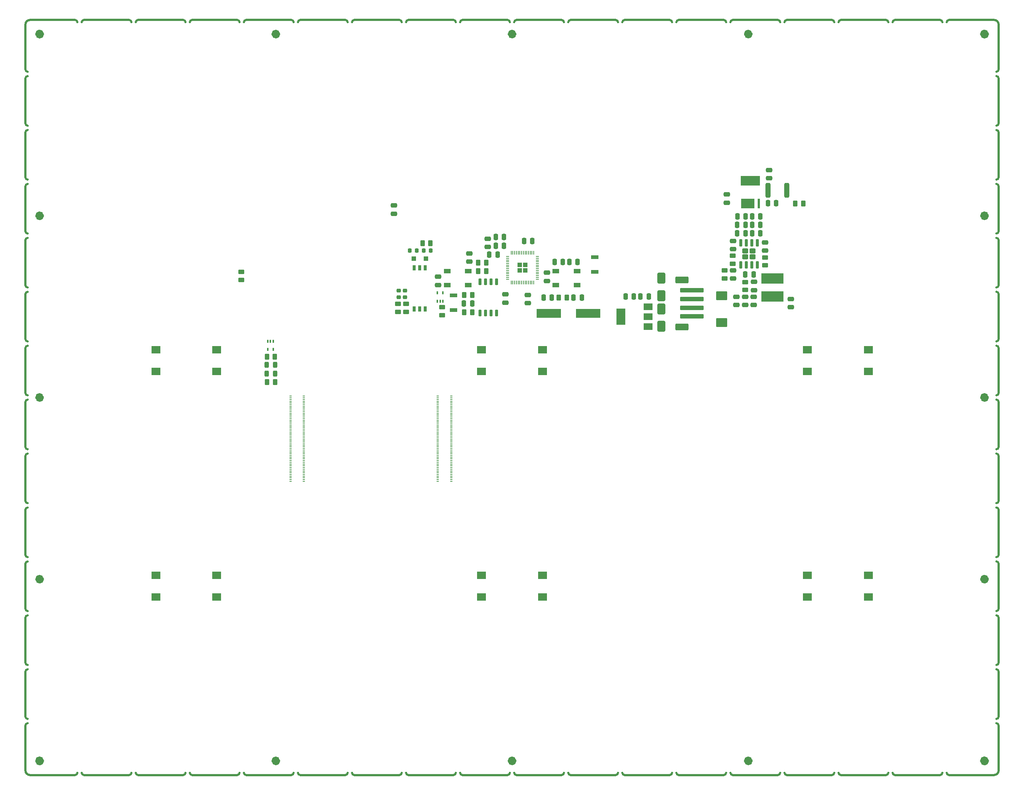
<source format=gtp>
G04 #@! TF.GenerationSoftware,KiCad,Pcbnew,7.0.9-7.0.9~ubuntu23.04.1*
G04 #@! TF.CreationDate,2023-12-05T01:13:06+00:00*
G04 #@! TF.ProjectId,stencil,7374656e-6369-46c2-9e6b-696361645f70,3.1.1*
G04 #@! TF.SameCoordinates,Original*
G04 #@! TF.FileFunction,Paste,Top*
G04 #@! TF.FilePolarity,Positive*
%FSLAX46Y46*%
G04 Gerber Fmt 4.6, Leading zero omitted, Abs format (unit mm)*
G04 Created by KiCad (PCBNEW 7.0.9-7.0.9~ubuntu23.04.1) date 2023-12-05 01:13:06*
%MOMM*%
%LPD*%
G01*
G04 APERTURE LIST*
G04 Aperture macros list*
%AMRoundRect*
0 Rectangle with rounded corners*
0 $1 Rounding radius*
0 $2 $3 $4 $5 $6 $7 $8 $9 X,Y pos of 4 corners*
0 Add a 4 corners polygon primitive as box body*
4,1,4,$2,$3,$4,$5,$6,$7,$8,$9,$2,$3,0*
0 Add four circle primitives for the rounded corners*
1,1,$1+$1,$2,$3*
1,1,$1+$1,$4,$5*
1,1,$1+$1,$6,$7*
1,1,$1+$1,$8,$9*
0 Add four rect primitives between the rounded corners*
20,1,$1+$1,$2,$3,$4,$5,0*
20,1,$1+$1,$4,$5,$6,$7,0*
20,1,$1+$1,$6,$7,$8,$9,0*
20,1,$1+$1,$8,$9,$2,$3,0*%
G04 Aperture macros list end*
%ADD10C,0.500000*%
%ADD11C,1.000000*%
%ADD12C,1.050000*%
%ADD13RoundRect,0.250000X-0.250000X-0.475000X0.250000X-0.475000X0.250000X0.475000X-0.250000X0.475000X0*%
%ADD14RoundRect,0.250000X-0.262500X-0.450000X0.262500X-0.450000X0.262500X0.450000X-0.262500X0.450000X0*%
%ADD15RoundRect,0.250000X0.475000X-0.250000X0.475000X0.250000X-0.475000X0.250000X-0.475000X-0.250000X0*%
%ADD16RoundRect,0.250000X-0.650000X1.000000X-0.650000X-1.000000X0.650000X-1.000000X0.650000X1.000000X0*%
%ADD17R,2.000000X1.500000*%
%ADD18R,2.000000X3.800000*%
%ADD19RoundRect,0.250000X0.250000X0.475000X-0.250000X0.475000X-0.250000X-0.475000X0.250000X-0.475000X0*%
%ADD20R,1.700000X0.900000*%
%ADD21R,1.500000X1.000000*%
%ADD22RoundRect,0.250000X1.025000X-0.787500X1.025000X0.787500X-1.025000X0.787500X-1.025000X-0.787500X0*%
%ADD23RoundRect,0.250000X0.450000X-0.262500X0.450000X0.262500X-0.450000X0.262500X-0.450000X-0.262500X0*%
%ADD24R,2.000000X1.800000*%
%ADD25RoundRect,0.250000X-0.475000X0.250000X-0.475000X-0.250000X0.475000X-0.250000X0.475000X0.250000X0*%
%ADD26RoundRect,0.250000X-0.460000X0.315000X-0.460000X-0.315000X0.460000X-0.315000X0.460000X0.315000X0*%
%ADD27RoundRect,0.150000X-0.150000X0.737500X-0.150000X-0.737500X0.150000X-0.737500X0.150000X0.737500X0*%
%ADD28RoundRect,0.250000X0.262500X0.450000X-0.262500X0.450000X-0.262500X-0.450000X0.262500X-0.450000X0*%
%ADD29R,3.150000X2.200000*%
%ADD30R,0.600000X2.200000*%
%ADD31R,4.400000X2.200000*%
%ADD32R,0.800000X1.300000*%
%ADD33RoundRect,0.250000X0.292217X-0.292217X0.292217X0.292217X-0.292217X0.292217X-0.292217X-0.292217X0*%
%ADD34RoundRect,0.000000X0.080000X-0.350000X0.080000X0.350000X-0.080000X0.350000X-0.080000X-0.350000X0*%
%ADD35RoundRect,0.030000X0.320000X-0.050000X0.320000X0.050000X-0.320000X0.050000X-0.320000X-0.050000X0*%
%ADD36RoundRect,0.243750X0.243750X0.456250X-0.243750X0.456250X-0.243750X-0.456250X0.243750X-0.456250X0*%
%ADD37RoundRect,0.250000X0.650000X-1.000000X0.650000X1.000000X-0.650000X1.000000X-0.650000X-1.000000X0*%
%ADD38RoundRect,0.250000X-0.450000X0.262500X-0.450000X-0.262500X0.450000X-0.262500X0.450000X0.262500X0*%
%ADD39RoundRect,0.218750X-0.218750X-0.256250X0.218750X-0.256250X0.218750X0.256250X-0.218750X0.256250X0*%
%ADD40RoundRect,0.250000X0.300000X0.300000X-0.300000X0.300000X-0.300000X-0.300000X0.300000X-0.300000X0*%
%ADD41RoundRect,0.218750X0.218750X0.256250X-0.218750X0.256250X-0.218750X-0.256250X0.218750X-0.256250X0*%
%ADD42RoundRect,0.250000X0.312500X1.450000X-0.312500X1.450000X-0.312500X-1.450000X0.312500X-1.450000X0*%
%ADD43R,5.600000X2.100000*%
%ADD44RoundRect,0.150000X0.150000X-0.650000X0.150000X0.650000X-0.150000X0.650000X-0.150000X-0.650000X0*%
%ADD45R,0.560000X0.160000*%
%ADD46RoundRect,0.218750X-0.256250X0.218750X-0.256250X-0.218750X0.256250X-0.218750X0.256250X0.218750X0*%
%ADD47R,0.400000X0.650000*%
%ADD48R,5.100000X2.350000*%
%ADD49RoundRect,0.250000X2.500000X-0.250000X2.500000X0.250000X-2.500000X0.250000X-2.500000X-0.250000X0*%
%ADD50RoundRect,0.250000X1.250000X-0.550000X1.250000X0.550000X-1.250000X0.550000X-1.250000X-0.550000X0*%
G04 APERTURE END LIST*
D10*
X-24505615Y79851530D02*
G75*
G03*
X-25005615Y79351530I1J-500001D01*
G01*
X-25005615Y-30505615D02*
G75*
G03*
X-24005615Y-31505615I999999J-1D01*
G01*
X-13061175Y141994385D02*
G75*
G03*
X-13561171Y142494385I-500000J0D01*
G01*
X-25005615Y-18077038D02*
G75*
G03*
X-24505615Y-18577038I500001J1D01*
G01*
X198494385Y130565785D02*
G75*
G03*
X198994385Y131065814I0J500000D01*
G01*
D11*
X-21255615Y97369385D02*
G75*
G03*
X-21255615Y97369385I-500000J0D01*
G01*
D10*
X-11561171Y142494385D02*
X-1116727Y142494385D01*
X-25005615Y104208672D02*
X-25005615Y93780101D01*
X198994385Y-20077038D02*
X198994385Y-30505609D01*
X23772161Y-31505591D02*
G75*
G03*
X24272161Y-31005615I24J499976D01*
G01*
X25772161Y142494409D02*
G75*
G03*
X25272161Y141994385I24J-500024D01*
G01*
X38216605Y142494385D02*
X48661049Y142494385D01*
D11*
X-21255615Y13619385D02*
G75*
G03*
X-21255615Y13619385I-500000J0D01*
G01*
D10*
X175105489Y142494385D02*
X185549933Y142494385D01*
X-25005615Y118637243D02*
G75*
G03*
X-24505615Y118137243I500001J1D01*
G01*
X198994385Y79351530D02*
X198994385Y68922959D01*
X124827685Y-31005615D02*
G75*
G03*
X125327713Y-31505615I500000J0D01*
G01*
X883273Y142494397D02*
G75*
G03*
X383273Y141994385I12J-500012D01*
G01*
X63105493Y142494377D02*
G75*
G03*
X62605493Y141994385I-8J-499992D01*
G01*
X136272185Y141994385D02*
G75*
G03*
X135772157Y142494385I-500000J0D01*
G01*
X-24505615Y54994388D02*
G75*
G03*
X-25005615Y54494388I1J-500001D01*
G01*
D12*
X-21230615Y139244385D02*
G75*
G03*
X-21230615Y139244385I-525000J0D01*
G01*
D10*
X125327713Y142494385D02*
X135772157Y142494385D01*
X174605485Y-31005615D02*
G75*
G03*
X175105489Y-31505615I500000J0D01*
G01*
X73549937Y-31505567D02*
G75*
G03*
X74049937Y-31005615I48J499952D01*
G01*
X-25005615Y29637246D02*
X-25005615Y19208675D01*
X-12061165Y-31005615D02*
G75*
G03*
X-11561171Y-31505615I500000J0D01*
G01*
X-25005615Y129065814D02*
X-25005615Y118637243D01*
X137772157Y142494413D02*
G75*
G03*
X137272157Y141994385I28J-500028D01*
G01*
X11327717Y-31505647D02*
G75*
G03*
X11827717Y-31005615I-32J500032D01*
G01*
X187549933Y-31505615D02*
X197994377Y-31505615D01*
X36716585Y141994385D02*
G75*
G03*
X36216605Y142494385I-500000J0D01*
G01*
X61105493Y-31505623D02*
G75*
G03*
X61605493Y-31005615I-8J500008D01*
G01*
X198994385Y116637243D02*
X198994385Y106208672D01*
X36216605Y-31505635D02*
G75*
G03*
X36716605Y-31005615I-20J500020D01*
G01*
X173605485Y141994385D02*
G75*
G03*
X173105489Y142494385I-500000J0D01*
G01*
X-11561171Y142494391D02*
G75*
G03*
X-12061171Y141994385I6J-500006D01*
G01*
X-24505615Y117137243D02*
G75*
G03*
X-25005615Y116637243I1J-500001D01*
G01*
X25772161Y142494385D02*
X36216605Y142494385D01*
X75549937Y142494385D02*
X85994381Y142494385D01*
X37716585Y-31005615D02*
G75*
G03*
X38216605Y-31505615I500000J0D01*
G01*
X198994433Y-7648467D02*
G75*
G03*
X198494385Y-7148467I-500048J-48D01*
G01*
X198994417Y42065817D02*
G75*
G03*
X198494385Y42565817I-500032J-32D01*
G01*
X75049985Y-31005615D02*
G75*
G03*
X75549937Y-31505615I500000J0D01*
G01*
X135772157Y-31505587D02*
G75*
G03*
X136272157Y-31005615I28J499972D01*
G01*
X160661045Y-31505575D02*
G75*
G03*
X161161045Y-31005615I40J499960D01*
G01*
X198994385Y54494388D02*
X198994385Y44065817D01*
X198494385Y-6148515D02*
G75*
G03*
X198994385Y-5648467I0J500000D01*
G01*
X75549937Y-31505615D02*
X85994381Y-31505615D01*
X-616715Y141994385D02*
G75*
G03*
X-1116727Y142494385I-500000J0D01*
G01*
X48661049Y-31505579D02*
G75*
G03*
X49161049Y-31005615I36J499964D01*
G01*
X150216601Y142494385D02*
X160661045Y142494385D01*
X137772157Y142494385D02*
X148216601Y142494385D01*
X162161085Y-31005615D02*
G75*
G03*
X162661045Y-31505615I500000J0D01*
G01*
X-25005615Y93780101D02*
G75*
G03*
X-24505615Y93280101I500001J1D01*
G01*
X62605485Y-31005615D02*
G75*
G03*
X63105493Y-31505615I500000J0D01*
G01*
X198994385Y29637246D02*
X198994385Y19208675D01*
X198494385Y105708685D02*
G75*
G03*
X198994385Y106208672I0J500000D01*
G01*
X86494385Y141994385D02*
G75*
G03*
X85994381Y142494385I-500000J0D01*
G01*
X137272185Y-31005615D02*
G75*
G03*
X137772157Y-31505615I500000J0D01*
G01*
D11*
X87494385Y-28255615D02*
G75*
G03*
X87494385Y-28255615I-500000J0D01*
G01*
D10*
X-25005615Y4780104D02*
X-25005615Y-5648467D01*
X-25005615Y6780104D02*
G75*
G03*
X-24505615Y6280104I500001J1D01*
G01*
X87994381Y142494385D02*
X98438825Y142494385D01*
X-24505615Y-7148467D02*
G75*
G03*
X-25005615Y-7648467I1J-500001D01*
G01*
X74049985Y141994385D02*
G75*
G03*
X73549937Y142494385I-500000J0D01*
G01*
X-24505615Y129565814D02*
G75*
G03*
X-25005615Y129065814I1J-500001D01*
G01*
X187049885Y-31005615D02*
G75*
G03*
X187549933Y-31505615I500000J0D01*
G01*
X-25005615Y-7648467D02*
X-25005615Y-18077038D01*
X-25005615Y79351530D02*
X-25005615Y68922959D01*
X123327713Y-31505643D02*
G75*
G03*
X123827713Y-31005615I-28J500028D01*
G01*
X383285Y-31005615D02*
G75*
G03*
X883273Y-31505615I500000J0D01*
G01*
X198494385Y68422985D02*
G75*
G03*
X198994385Y68922959I0J500000D01*
G01*
X175105489Y142494381D02*
G75*
G03*
X174605489Y141994385I-4J-499996D01*
G01*
X-25005615Y116637243D02*
X-25005615Y106208672D01*
X-25005615Y-5648467D02*
G75*
G03*
X-24505615Y-6148467I500001J1D01*
G01*
X-24005615Y142494385D02*
X-13561171Y142494385D01*
X198994385Y66922959D02*
X198994385Y56494388D01*
X112883269Y-31505615D02*
X123327713Y-31505615D01*
X198994372Y104208672D02*
G75*
G03*
X198494385Y104708672I-499987J13D01*
G01*
X-24505615Y67422959D02*
G75*
G03*
X-25005615Y66922959I1J-500001D01*
G01*
X883273Y-31505615D02*
X11327717Y-31505615D01*
X25772161Y-31505615D02*
X36216605Y-31505615D01*
D11*
X141869385Y139244385D02*
G75*
G03*
X141869385Y139244385I-500000J0D01*
G01*
D10*
X162661045Y142494385D02*
X173105489Y142494385D01*
X137772157Y-31505615D02*
X148216601Y-31505615D01*
X173105489Y-31505619D02*
G75*
G03*
X173605489Y-31005615I-4J500004D01*
G01*
X99938785Y-31005615D02*
G75*
G03*
X100438825Y-31505615I500000J0D01*
G01*
X98438825Y-31505655D02*
G75*
G03*
X98938825Y-31005615I-40J500040D01*
G01*
X-25005615Y91780101D02*
X-25005615Y81351530D01*
X25272185Y-31005615D02*
G75*
G03*
X25772161Y-31505615I500000J0D01*
G01*
X12827685Y-31005615D02*
G75*
G03*
X13327717Y-31505615I500000J0D01*
G01*
X198994404Y4780104D02*
G75*
G03*
X198494385Y5280104I-500019J-19D01*
G01*
X100438825Y-31505615D02*
X110883269Y-31505615D01*
D12*
X196269385Y-28255615D02*
G75*
G03*
X196269385Y-28255615I-525000J0D01*
G01*
D10*
X-24505615Y42565817D02*
G75*
G03*
X-25005615Y42065817I1J-500001D01*
G01*
X110883269Y-31505599D02*
G75*
G03*
X111383269Y-31005615I16J499984D01*
G01*
X198994430Y79351530D02*
G75*
G03*
X198494385Y79851530I-500045J-45D01*
G01*
X111383285Y141994385D02*
G75*
G03*
X110883269Y142494385I-500000J0D01*
G01*
X198994362Y-20077038D02*
G75*
G03*
X198494385Y-19577038I-499977J23D01*
G01*
X198994414Y129065814D02*
G75*
G03*
X198494385Y129565814I-500029J-29D01*
G01*
D11*
X196244385Y55494385D02*
G75*
G03*
X196244385Y55494385I-500000J0D01*
G01*
D10*
X198994401Y91780101D02*
G75*
G03*
X198494385Y92280101I-500016J-16D01*
G01*
D11*
X87494385Y139244385D02*
G75*
G03*
X87494385Y139244385I-500000J0D01*
G01*
D10*
X-1116727Y-31505603D02*
G75*
G03*
X-616727Y-31005615I12J499988D01*
G01*
X186049885Y141994385D02*
G75*
G03*
X185549933Y142494385I-500000J0D01*
G01*
X148216601Y-31505631D02*
G75*
G03*
X148716601Y-31005615I-16J500016D01*
G01*
X-25005615Y19208675D02*
G75*
G03*
X-24505615Y18708675I500001J1D01*
G01*
X198994385Y141494385D02*
X198994385Y131065814D01*
X197994385Y-31505615D02*
G75*
G03*
X198994385Y-30505615I0J1000000D01*
G01*
X63105493Y142494385D02*
X73549937Y142494385D01*
X38216605Y-31505615D02*
X48661049Y-31505615D01*
D12*
X196269385Y139244385D02*
G75*
G03*
X196269385Y139244385I-525000J0D01*
G01*
D10*
X-25005615Y81351530D02*
G75*
G03*
X-24505615Y80851530I500001J1D01*
G01*
X198494385Y43565785D02*
G75*
G03*
X198994385Y44065817I0J500000D01*
G01*
X198494385Y93280085D02*
G75*
G03*
X198994385Y93780101I0J500000D01*
G01*
X198494385Y118137285D02*
G75*
G03*
X198994385Y118637243I0J500000D01*
G01*
X87494385Y-31005615D02*
G75*
G03*
X87994381Y-31505615I500000J0D01*
G01*
X13327717Y-31505615D02*
X23772161Y-31505615D01*
X112383285Y-31005615D02*
G75*
G03*
X112883269Y-31505615I500000J0D01*
G01*
X-24505615Y5280104D02*
G75*
G03*
X-25005615Y4780104I1J-500001D01*
G01*
D11*
X33119385Y-28255615D02*
G75*
G03*
X33119385Y-28255615I-500000J0D01*
G01*
D10*
X-25005615Y31637246D02*
G75*
G03*
X-24505615Y31137246I500001J1D01*
G01*
X198994385Y-7648467D02*
X198994385Y-18077038D01*
X187549933Y142494337D02*
G75*
G03*
X187049933Y141994385I-48J-499952D01*
G01*
X-25005615Y66922959D02*
X-25005615Y56494388D01*
D11*
X33119385Y139244385D02*
G75*
G03*
X33119385Y139244385I-500000J0D01*
G01*
D10*
X-25005615Y141494385D02*
X-25005615Y131065814D01*
X112883269Y142494401D02*
G75*
G03*
X112383269Y141994385I16J-500016D01*
G01*
X150216601Y-31505615D02*
X160661045Y-31505615D01*
X50661049Y-31505615D02*
X61105493Y-31505615D01*
X-25005615Y68922959D02*
G75*
G03*
X-24505615Y68422959I500001J1D01*
G01*
X-25005615Y-20077038D02*
X-25005615Y-30505609D01*
X87994381Y-31505615D02*
X98438825Y-31505615D01*
X198994346Y29637246D02*
G75*
G03*
X198494385Y30137246I-499961J39D01*
G01*
X-25005615Y17208675D02*
X-25005615Y6780104D01*
X100438825Y142494345D02*
G75*
G03*
X99938825Y141994385I-40J-499960D01*
G01*
X-24505615Y104708672D02*
G75*
G03*
X-25005615Y104208672I1J-500001D01*
G01*
X75549937Y142494433D02*
G75*
G03*
X75049937Y141994385I48J-500048D01*
G01*
X162661045Y142494425D02*
G75*
G03*
X162161045Y141994385I40J-500040D01*
G01*
D12*
X-21230615Y-28255615D02*
G75*
G03*
X-21230615Y-28255615I-525000J0D01*
G01*
D10*
X198994359Y66922959D02*
G75*
G03*
X198494385Y67422959I-499974J26D01*
G01*
X198494385Y-18577015D02*
G75*
G03*
X198994385Y-18077038I0J500000D01*
G01*
X61605485Y141994385D02*
G75*
G03*
X61105493Y142494385I-500000J0D01*
G01*
X198994385Y129065814D02*
X198994385Y118637243D01*
X38216605Y142494365D02*
G75*
G03*
X37716605Y141994385I-20J-499980D01*
G01*
X13327717Y142494353D02*
G75*
G03*
X12827717Y141994385I-32J-499968D01*
G01*
X-25005615Y42065817D02*
X-25005615Y31637246D01*
X13327717Y142494385D02*
X23772161Y142494385D01*
X175105489Y-31505615D02*
X185549933Y-31505615D01*
X198994385Y141494385D02*
G75*
G03*
X197994385Y142494385I-1000000J0D01*
G01*
X125327713Y142494357D02*
G75*
G03*
X124827713Y141994385I-28J-499972D01*
G01*
X112883269Y142494385D02*
X123327713Y142494385D01*
X-24505615Y17708675D02*
G75*
G03*
X-25005615Y17208675I1J-500001D01*
G01*
X-25005615Y44065817D02*
G75*
G03*
X-24505615Y43565817I500001J1D01*
G01*
D11*
X196244385Y97369385D02*
G75*
G03*
X196244385Y97369385I-500000J0D01*
G01*
D10*
X198994385Y42065817D02*
X198994385Y31637246D01*
X125327713Y-31505615D02*
X135772157Y-31505615D01*
X-24505615Y-19577038D02*
G75*
G03*
X-25005615Y-20077038I1J-500001D01*
G01*
X-24505615Y92280101D02*
G75*
G03*
X-25005615Y91780101I1J-500001D01*
G01*
X-24005615Y142494385D02*
G75*
G03*
X-25005615Y141494385I-1J-999999D01*
G01*
X123827685Y141994385D02*
G75*
G03*
X123327713Y142494385I-500000J0D01*
G01*
X-25005615Y106208672D02*
G75*
G03*
X-24505615Y105708672I500001J1D01*
G01*
X-25005615Y131065814D02*
G75*
G03*
X-24505615Y130565814I500001J1D01*
G01*
D11*
X196244385Y13619385D02*
G75*
G03*
X196244385Y13619385I-500000J0D01*
G01*
D10*
X198494385Y55994385D02*
G75*
G03*
X198994385Y56494388I0J500000D01*
G01*
X98938785Y141994385D02*
G75*
G03*
X98438825Y142494385I-500000J0D01*
G01*
X198994343Y116637243D02*
G75*
G03*
X198494385Y117137243I-499958J42D01*
G01*
X198994385Y104208672D02*
X198994385Y93780101D01*
X198494385Y18708685D02*
G75*
G03*
X198994385Y19208675I0J500000D01*
G01*
X162661045Y-31505615D02*
X173105489Y-31505615D01*
X149716585Y-31005615D02*
G75*
G03*
X150216601Y-31505615I500000J0D01*
G01*
X161161085Y141994385D02*
G75*
G03*
X160661045Y142494385I-500000J0D01*
G01*
X185549933Y-31505663D02*
G75*
G03*
X186049933Y-31005615I-48J500048D01*
G01*
X-13561171Y-31505619D02*
G75*
G03*
X-13061171Y-31005615I-4J500004D01*
G01*
X883273Y142494385D02*
X11327717Y142494385D01*
X198494385Y80851485D02*
G75*
G03*
X198994385Y81351530I0J500000D01*
G01*
X198994385Y17208675D02*
X198994385Y6780104D01*
D11*
X141869385Y-28255615D02*
G75*
G03*
X141869385Y-28255615I-500000J0D01*
G01*
D10*
X87994381Y142494389D02*
G75*
G03*
X87494381Y141994385I4J-500004D01*
G01*
X100438825Y142494385D02*
X110883269Y142494385D01*
X50661049Y142494385D02*
X61105493Y142494385D01*
X49161085Y141994385D02*
G75*
G03*
X48661049Y142494385I-500000J0D01*
G01*
X50661049Y142494421D02*
G75*
G03*
X50161049Y141994385I36J-500036D01*
G01*
X198494385Y6280085D02*
G75*
G03*
X198994385Y6780104I0J500000D01*
G01*
X-25005615Y54494388D02*
X-25005615Y44065817D01*
X198994385Y91780101D02*
X198994385Y81351530D01*
X198494385Y31137285D02*
G75*
G03*
X198994385Y31637246I0J500000D01*
G01*
X187549933Y142494385D02*
X197994377Y142494385D01*
X198994385Y4780104D02*
X198994385Y-5648467D01*
X50161085Y-31005615D02*
G75*
G03*
X50661049Y-31505615I500000J0D01*
G01*
X-11561171Y-31505615D02*
X-1116727Y-31505615D01*
X-25005615Y56494388D02*
G75*
G03*
X-24505615Y55994388I500001J1D01*
G01*
X-24505615Y30137246D02*
G75*
G03*
X-25005615Y29637246I1J-500001D01*
G01*
X-24005615Y-31505615D02*
X-13561171Y-31505615D01*
X85994381Y-31505611D02*
G75*
G03*
X86494381Y-31005615I4J499996D01*
G01*
X63105493Y-31505615D02*
X73549937Y-31505615D01*
X11827685Y141994385D02*
G75*
G03*
X11327717Y142494385I-500000J0D01*
G01*
X148716585Y141994385D02*
G75*
G03*
X148216601Y142494385I-500000J0D01*
G01*
X198994375Y17208675D02*
G75*
G03*
X198494385Y17708675I-499990J10D01*
G01*
X198994388Y54494388D02*
G75*
G03*
X198494385Y54994388I-500003J-3D01*
G01*
X150216601Y142494369D02*
G75*
G03*
X149716601Y141994385I-16J-499984D01*
G01*
D11*
X-21255615Y55494385D02*
G75*
G03*
X-21255615Y55494385I-500000J0D01*
G01*
D10*
X24272185Y141994385D02*
G75*
G03*
X23772161Y142494385I-500000J0D01*
G01*
D13*
G04 #@! TO.C,C23*
X96794385Y86724385D03*
X98694385Y86724385D03*
G04 #@! TD*
D14*
G04 #@! TO.C,R10*
X79221885Y86534385D03*
X81046885Y86534385D03*
G04 #@! TD*
D15*
G04 #@! TO.C,C21*
X81434385Y90194385D03*
X81434385Y92094385D03*
G04 #@! TD*
G04 #@! TO.C,C29*
X137834385Y82884385D03*
X137834385Y84784385D03*
G04 #@! TD*
D16*
G04 #@! TO.C,D4*
X121324385Y75894385D03*
X121324385Y71894385D03*
G04 #@! TD*
D14*
G04 #@! TO.C,R9*
X76019385Y75144385D03*
X77844385Y75144385D03*
G04 #@! TD*
D15*
G04 #@! TO.C,C28*
X138644385Y76824385D03*
X138644385Y78724385D03*
G04 #@! TD*
D17*
G04 #@! TO.C,U5*
X118314385Y71844385D03*
X118314385Y74144385D03*
D18*
X112014385Y74144385D03*
D17*
X118314385Y76444385D03*
G04 #@! TD*
D19*
G04 #@! TO.C,C24*
X115034385Y78774385D03*
X113134385Y78774385D03*
G04 #@! TD*
D20*
G04 #@! TO.C,SW4*
X106004385Y84434385D03*
X106004385Y87834385D03*
G04 #@! TD*
D14*
G04 #@! TO.C,R6*
X79221885Y84634385D03*
X81046885Y84634385D03*
G04 #@! TD*
D19*
G04 #@! TO.C,C15*
X77831885Y77144385D03*
X75931885Y77144385D03*
G04 #@! TD*
D21*
G04 #@! TO.C,D3*
X101944385Y81394385D03*
X101944385Y84594385D03*
X97044385Y84594385D03*
X97044385Y81394385D03*
G04 #@! TD*
D22*
G04 #@! TO.C,C33*
X135264385Y72751885D03*
X135264385Y78976885D03*
G04 #@! TD*
D14*
G04 #@! TO.C,R8*
X76019385Y79144385D03*
X77844385Y79144385D03*
G04 #@! TD*
D13*
G04 #@! TO.C,C34*
X140684385Y83884385D03*
X142584385Y83884385D03*
G04 #@! TD*
D23*
G04 #@! TO.C,R15*
X137824385Y86311885D03*
X137824385Y88136885D03*
G04 #@! TD*
D24*
G04 #@! TO.C,SW6*
X79994385Y66494385D03*
X93994385Y66494385D03*
X79994385Y61494385D03*
X93994385Y61494385D03*
G04 #@! TD*
D15*
G04 #@! TO.C,C8*
X136414385Y100374385D03*
X136414385Y102274385D03*
G04 #@! TD*
G04 #@! TO.C,C37*
X151124385Y76314385D03*
X151124385Y78214385D03*
G04 #@! TD*
D23*
G04 #@! TO.C,R7*
X70904385Y74451885D03*
X70904385Y76276885D03*
G04 #@! TD*
D20*
G04 #@! TO.C,SW3*
X73504385Y75644385D03*
X73504385Y79044385D03*
G04 #@! TD*
D23*
G04 #@! TO.C,R13*
X145204385Y85951885D03*
X145204385Y87776885D03*
G04 #@! TD*
D15*
G04 #@! TO.C,C32*
X142614385Y76824385D03*
X142614385Y78724385D03*
G04 #@! TD*
G04 #@! TO.C,C30*
X145204385Y89324385D03*
X145204385Y91224385D03*
G04 #@! TD*
D25*
G04 #@! TO.C,C35*
X137834385Y91574385D03*
X137834385Y89674385D03*
G04 #@! TD*
D19*
G04 #@! TO.C,C9*
X140744385Y95304385D03*
X138844385Y95304385D03*
G04 #@! TD*
D26*
G04 #@! TO.C,U6*
X142364385Y89274385D03*
X140664385Y89274385D03*
X142364385Y87914385D03*
X140664385Y87914385D03*
D27*
X143419385Y91156885D03*
X142149385Y91156885D03*
X140879385Y91156885D03*
X139609385Y91156885D03*
X139609385Y86031885D03*
X140879385Y86031885D03*
X142149385Y86031885D03*
X143419385Y86031885D03*
G04 #@! TD*
D21*
G04 #@! TO.C,D2*
X76944385Y81394385D03*
X76944385Y84594385D03*
X72044385Y84594385D03*
X72044385Y81394385D03*
G04 #@! TD*
D15*
G04 #@! TO.C,C18*
X77134385Y86794385D03*
X77134385Y88694385D03*
G04 #@! TD*
D28*
G04 #@! TO.C,R3*
X68196885Y91014385D03*
X66371885Y91014385D03*
G04 #@! TD*
D25*
G04 #@! TO.C,C11*
X69994385Y83334385D03*
X69994385Y81434385D03*
G04 #@! TD*
G04 #@! TO.C,C19*
X85444385Y79244385D03*
X85444385Y77344385D03*
G04 #@! TD*
D29*
G04 #@! TO.C,Q1*
X141219385Y100234385D03*
D30*
X143759385Y100234385D03*
D31*
X141854385Y105434385D03*
G04 #@! TD*
D14*
G04 #@! TO.C,R11*
X97781885Y78494385D03*
X99606885Y78494385D03*
G04 #@! TD*
D25*
G04 #@! TO.C,C1*
X59794385Y99744385D03*
X59794385Y97844385D03*
G04 #@! TD*
D13*
G04 #@! TO.C,C3*
X142274385Y97264385D03*
X144174385Y97264385D03*
G04 #@! TD*
D19*
G04 #@! TO.C,C2*
X147774385Y100264385D03*
X145874385Y100264385D03*
G04 #@! TD*
D15*
G04 #@! TO.C,C4*
X146164385Y106014385D03*
X146164385Y107914385D03*
G04 #@! TD*
G04 #@! TO.C,C36*
X140624385Y76814385D03*
X140624385Y78714385D03*
G04 #@! TD*
D24*
G04 #@! TO.C,SW5*
X4994385Y66494385D03*
X18994385Y66494385D03*
X4994385Y61494385D03*
X18994385Y61494385D03*
G04 #@! TD*
D32*
G04 #@! TO.C,U2*
X67014385Y85404385D03*
X65744385Y85404385D03*
X64474385Y85404385D03*
X64474385Y75904385D03*
X65744385Y75904385D03*
X67014385Y75904385D03*
G04 #@! TD*
D23*
G04 #@! TO.C,R4*
X62624385Y75241885D03*
X62624385Y77066885D03*
G04 #@! TD*
D14*
G04 #@! TO.C,R16*
X30631885Y59044385D03*
X32456885Y59044385D03*
G04 #@! TD*
D33*
G04 #@! TO.C,U3*
X88756885Y84756885D03*
X90031885Y84756885D03*
X88756885Y86031885D03*
X90031885Y86031885D03*
D34*
X86794385Y81956885D03*
X87194385Y81956885D03*
X87594385Y81956885D03*
X87994385Y81956885D03*
X88394385Y81956885D03*
X88794385Y81956885D03*
X89194385Y81956885D03*
X89594385Y81956885D03*
X89994385Y81956885D03*
X90394385Y81956885D03*
X90794385Y81956885D03*
X91194385Y81956885D03*
X91594385Y81956885D03*
X91994385Y81956885D03*
D35*
X92831885Y82794385D03*
X92831885Y83194385D03*
X92831885Y83594385D03*
X92831885Y83994385D03*
X92831885Y84394385D03*
X92831885Y84794385D03*
X92831885Y85194385D03*
X92831885Y85594385D03*
X92831885Y85994385D03*
X92831885Y86394385D03*
X92831885Y86794385D03*
X92831885Y87194385D03*
X92831885Y87594385D03*
X92831885Y87994385D03*
D34*
X91994385Y88831885D03*
X91594385Y88831885D03*
X91194385Y88831885D03*
X90794385Y88831885D03*
X90394385Y88831885D03*
X89994385Y88831885D03*
X89594385Y88831885D03*
X89194385Y88831885D03*
X88794385Y88831885D03*
X88394385Y88831885D03*
X87994385Y88831885D03*
X87594385Y88831885D03*
X87194385Y88831885D03*
X86794385Y88831885D03*
D35*
X85956885Y87994385D03*
X85956885Y87594385D03*
X85956885Y87194385D03*
X85956885Y86794385D03*
X85956885Y86394385D03*
X85956885Y85994385D03*
X85956885Y85594385D03*
X85956885Y85194385D03*
X85956885Y84794385D03*
X85956885Y84394385D03*
X85956885Y83994385D03*
X85956885Y83594385D03*
X85956885Y83194385D03*
X85956885Y82794385D03*
G04 #@! TD*
D36*
G04 #@! TO.C,D7*
X32431885Y62994385D03*
X30556885Y62994385D03*
G04 #@! TD*
D19*
G04 #@! TO.C,C27*
X118454385Y78744385D03*
X116554385Y78744385D03*
G04 #@! TD*
D13*
G04 #@! TO.C,C10*
X142254385Y95284385D03*
X144154385Y95284385D03*
G04 #@! TD*
D37*
G04 #@! TO.C,D5*
X121334385Y78966885D03*
X121334385Y82966885D03*
G04 #@! TD*
D23*
G04 #@! TO.C,R12*
X135904385Y82951885D03*
X135904385Y84776885D03*
G04 #@! TD*
D13*
G04 #@! TO.C,C13*
X89784385Y91534385D03*
X91684385Y91534385D03*
G04 #@! TD*
D38*
G04 #@! TO.C,R5*
X60724385Y77066885D03*
X60724385Y75241885D03*
G04 #@! TD*
D39*
G04 #@! TO.C,L4*
X66696885Y89334385D03*
X68271885Y89334385D03*
G04 #@! TD*
D40*
G04 #@! TO.C,D1*
X67144385Y87454385D03*
X64344385Y87454385D03*
G04 #@! TD*
D13*
G04 #@! TO.C,C25*
X100194385Y86724385D03*
X102094385Y86724385D03*
G04 #@! TD*
D19*
G04 #@! TO.C,C17*
X85134385Y92454385D03*
X83234385Y92454385D03*
G04 #@! TD*
D14*
G04 #@! TO.C,R1*
X152181885Y100164385D03*
X154006885Y100164385D03*
G04 #@! TD*
D41*
G04 #@! TO.C,L1*
X65031885Y89334385D03*
X63456885Y89334385D03*
G04 #@! TD*
D19*
G04 #@! TO.C,C22*
X96144385Y78494385D03*
X94244385Y78494385D03*
G04 #@! TD*
D42*
G04 #@! TO.C,F1*
X150201885Y103284385D03*
X145926885Y103284385D03*
G04 #@! TD*
D43*
G04 #@! TO.C,Y1*
X95494385Y74894385D03*
X104494385Y74894385D03*
G04 #@! TD*
D24*
G04 #@! TO.C,SW10*
X154994385Y14494385D03*
X168994385Y14494385D03*
X154994385Y9494385D03*
X168994385Y9494385D03*
G04 #@! TD*
D44*
G04 #@! TO.C,U4*
X79589385Y74944385D03*
X80859385Y74944385D03*
X82129385Y74944385D03*
X83399385Y74944385D03*
X83399385Y82144385D03*
X82129385Y82144385D03*
X80859385Y82144385D03*
X79589385Y82144385D03*
G04 #@! TD*
D45*
G04 #@! TO.C,CM1*
X72994385Y36194385D03*
X69914385Y36194385D03*
X72994385Y36594385D03*
X69914385Y36594385D03*
X72994385Y36994385D03*
X69914385Y36994385D03*
X72994385Y37394385D03*
X69914385Y37394385D03*
X72994385Y37794385D03*
X69914385Y37794385D03*
X72994385Y38194385D03*
X69914385Y38194385D03*
X72994385Y38594385D03*
X69914385Y38594385D03*
X72994385Y38994385D03*
X69914385Y38994385D03*
X72994385Y39394385D03*
X69914385Y39394385D03*
X72994385Y39794385D03*
X69914385Y39794385D03*
X72994385Y40194385D03*
X69914385Y40194385D03*
X72994385Y40594385D03*
X69914385Y40594385D03*
X72994385Y40994385D03*
X69914385Y40994385D03*
X72994385Y41394385D03*
X69914385Y41394385D03*
X72994385Y41794385D03*
X69914385Y41794385D03*
X72994385Y42194385D03*
X69914385Y42194385D03*
X72994385Y42594385D03*
X69914385Y42594385D03*
X72994385Y42994385D03*
X69914385Y42994385D03*
X72994385Y43394385D03*
X69914385Y43394385D03*
X72994385Y43794385D03*
X69914385Y43794385D03*
X72994385Y44194385D03*
X69914385Y44194385D03*
X72994385Y44594385D03*
X69914385Y44594385D03*
X72994385Y44994385D03*
X69914385Y44994385D03*
X72994385Y45394385D03*
X69914385Y45394385D03*
X72994385Y45794385D03*
X69914385Y45794385D03*
X72994385Y46194385D03*
X69914385Y46194385D03*
X72994385Y46594385D03*
X69914385Y46594385D03*
X72994385Y46994385D03*
X69914385Y46994385D03*
X72994385Y47394385D03*
X69914385Y47394385D03*
X72994385Y47794385D03*
X69914385Y47794385D03*
X72994385Y48194385D03*
X69914385Y48194385D03*
X72994385Y48594385D03*
X69914385Y48594385D03*
X72994385Y48994385D03*
X69914385Y48994385D03*
X72994385Y49394385D03*
X69914385Y49394385D03*
X72994385Y49794385D03*
X69914385Y49794385D03*
X72994385Y50194385D03*
X69914385Y50194385D03*
X72994385Y50594385D03*
X69914385Y50594385D03*
X72994385Y50994385D03*
X69914385Y50994385D03*
X72994385Y51394385D03*
X69914385Y51394385D03*
X72994385Y51794385D03*
X69914385Y51794385D03*
X72994385Y52194385D03*
X69914385Y52194385D03*
X72994385Y52594385D03*
X69914385Y52594385D03*
X72994385Y52994385D03*
X69914385Y52994385D03*
X72994385Y53394385D03*
X69914385Y53394385D03*
X72994385Y53794385D03*
X69914385Y53794385D03*
X72994385Y54194385D03*
X69914385Y54194385D03*
X72994385Y54594385D03*
X69914385Y54594385D03*
X72994385Y54994385D03*
X69914385Y54994385D03*
X72994385Y55394385D03*
X69914385Y55394385D03*
X72994385Y55794385D03*
X69914385Y55794385D03*
X39074385Y36194385D03*
X35994385Y36194385D03*
X39074385Y36594385D03*
X35994385Y36594385D03*
X39074385Y36994385D03*
X35994385Y36994385D03*
X39074385Y37394385D03*
X35994385Y37394385D03*
X39074385Y37794385D03*
X35994385Y37794385D03*
X39074385Y38194385D03*
X35994385Y38194385D03*
X39074385Y38594385D03*
X35994385Y38594385D03*
X39074385Y38994385D03*
X35994385Y38994385D03*
X39074385Y39394385D03*
X35994385Y39394385D03*
X39074385Y39794385D03*
X35994385Y39794385D03*
X39074385Y40194385D03*
X35994385Y40194385D03*
X39074385Y40594385D03*
X35994385Y40594385D03*
X39074385Y40994385D03*
X35994385Y40994385D03*
X39074385Y41394385D03*
X35994385Y41394385D03*
X39074385Y41794385D03*
X35994385Y41794385D03*
X39074385Y42194385D03*
X35994385Y42194385D03*
X39074385Y42594385D03*
X35994385Y42594385D03*
X39074385Y42994385D03*
X35994385Y42994385D03*
X39074385Y43394385D03*
X35994385Y43394385D03*
X39074385Y43794385D03*
X35994385Y43794385D03*
X39074385Y44194385D03*
X35994385Y44194385D03*
X39074385Y44594385D03*
X35994385Y44594385D03*
X39074385Y44994385D03*
X35994385Y44994385D03*
X39074385Y45394385D03*
X35994385Y45394385D03*
X39074385Y45794385D03*
X35994385Y45794385D03*
X39074385Y46194385D03*
X35994385Y46194385D03*
X39074385Y46594385D03*
X35994385Y46594385D03*
X39074385Y46994385D03*
X35994385Y46994385D03*
X39074385Y47394385D03*
X35994385Y47394385D03*
X39074385Y47794385D03*
X35994385Y47794385D03*
X39074385Y48194385D03*
X35994385Y48194385D03*
X39074385Y48594385D03*
X35994385Y48594385D03*
X39074385Y48994385D03*
X35994385Y48994385D03*
X39074385Y49394385D03*
X35994385Y49394385D03*
X39074385Y49794385D03*
X35994385Y49794385D03*
X39074385Y50194385D03*
X35994385Y50194385D03*
X39074385Y50594385D03*
X35994385Y50594385D03*
X39074385Y50994385D03*
X35994385Y50994385D03*
X39074385Y51394385D03*
X35994385Y51394385D03*
X39074385Y51794385D03*
X35994385Y51794385D03*
X39074385Y52194385D03*
X35994385Y52194385D03*
X39074385Y52594385D03*
X35994385Y52594385D03*
X39074385Y52994385D03*
X35994385Y52994385D03*
X39074385Y53394385D03*
X35994385Y53394385D03*
X39074385Y53794385D03*
X35994385Y53794385D03*
X39074385Y54194385D03*
X35994385Y54194385D03*
X39074385Y54594385D03*
X35994385Y54594385D03*
X39074385Y54994385D03*
X35994385Y54994385D03*
X39074385Y55394385D03*
X35994385Y55394385D03*
X39074385Y55794385D03*
X35994385Y55794385D03*
G04 #@! TD*
D24*
G04 #@! TO.C,SW7*
X154994385Y66494385D03*
X168994385Y66494385D03*
X154994385Y61494385D03*
X168994385Y61494385D03*
G04 #@! TD*
D19*
G04 #@! TO.C,C5*
X140734385Y93324385D03*
X138834385Y93324385D03*
G04 #@! TD*
G04 #@! TO.C,C6*
X140764385Y97264385D03*
X138864385Y97264385D03*
G04 #@! TD*
D24*
G04 #@! TO.C,SW8*
X4994385Y14494385D03*
X18994385Y14494385D03*
X4994385Y9494385D03*
X18994385Y9494385D03*
G04 #@! TD*
D13*
G04 #@! TO.C,C7*
X142244385Y93314385D03*
X144144385Y93314385D03*
G04 #@! TD*
D14*
G04 #@! TO.C,R17*
X30581885Y64894385D03*
X32406885Y64894385D03*
G04 #@! TD*
D25*
G04 #@! TO.C,C16*
X95044385Y84244385D03*
X95044385Y82344385D03*
G04 #@! TD*
D38*
G04 #@! TO.C,R14*
X140664385Y82106885D03*
X140664385Y80281885D03*
G04 #@! TD*
D36*
G04 #@! TO.C,D6*
X32431885Y60994385D03*
X30556885Y60994385D03*
G04 #@! TD*
D19*
G04 #@! TO.C,C14*
X85144385Y90494385D03*
X83244385Y90494385D03*
G04 #@! TD*
D46*
G04 #@! TO.C,L2*
X60924385Y80141885D03*
X60924385Y78566885D03*
G04 #@! TD*
D38*
G04 #@! TO.C,R2*
X24694385Y84446885D03*
X24694385Y82621885D03*
G04 #@! TD*
D47*
G04 #@! TO.C,U1*
X69804385Y77694385D03*
X70454385Y77694385D03*
X71104385Y77694385D03*
X71104385Y79594385D03*
X69804385Y79594385D03*
G04 #@! TD*
D24*
G04 #@! TO.C,SW9*
X79994385Y14494385D03*
X93994385Y14494385D03*
X79994385Y9494385D03*
X93994385Y9494385D03*
G04 #@! TD*
D47*
G04 #@! TO.C,U7*
X32044385Y68443785D03*
X31394385Y68443785D03*
X30744385Y68443785D03*
X30744385Y66543785D03*
X32044385Y66543785D03*
G04 #@! TD*
D25*
G04 #@! TO.C,C20*
X90634385Y79144385D03*
X90634385Y77244385D03*
G04 #@! TD*
D13*
G04 #@! TO.C,C26*
X101144385Y78494385D03*
X103044385Y78494385D03*
G04 #@! TD*
D15*
G04 #@! TO.C,C31*
X142664385Y80224385D03*
X142664385Y82124385D03*
G04 #@! TD*
D48*
G04 #@! TO.C,L5*
X146894385Y82929385D03*
X146894385Y78779385D03*
G04 #@! TD*
D19*
G04 #@! TO.C,C12*
X83674385Y88464385D03*
X81774385Y88464385D03*
G04 #@! TD*
D49*
G04 #@! TO.C,J14*
X128364385Y74184385D03*
X128364385Y76184385D03*
X128364385Y78184385D03*
X128364385Y80184385D03*
D50*
X126114385Y71784385D03*
X126114385Y82584385D03*
G04 #@! TD*
D46*
G04 #@! TO.C,L3*
X62384385Y80141885D03*
X62384385Y78566885D03*
G04 #@! TD*
M02*

</source>
